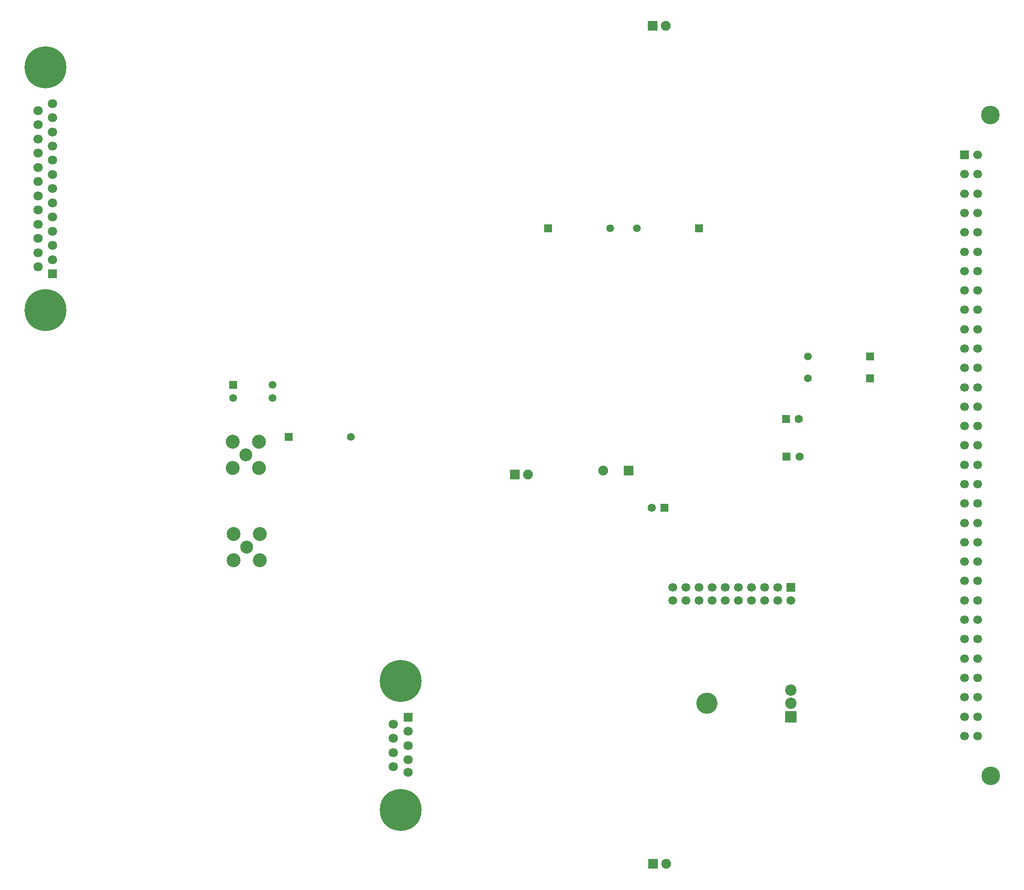
<source format=gbs>
G04*
G04 #@! TF.GenerationSoftware,Altium Limited,Altium Designer,21.9.2 (33)*
G04*
G04 Layer_Color=16711935*
%FSLAX44Y44*%
%MOMM*%
G71*
G04*
G04 #@! TF.SameCoordinates,B9D70DE2-F975-4347-87EC-DBF69F9D7CF2*
G04*
G04*
G04 #@! TF.FilePolarity,Negative*
G04*
G01*
G75*
%ADD29C,3.6000*%
%ADD30C,1.8000*%
%ADD31R,1.8000X1.8000*%
%ADD32C,8.1000*%
%ADD33C,1.7000*%
%ADD34R,1.7000X1.7000*%
%ADD35R,1.7000X1.7000*%
%ADD36C,4.1000*%
%ADD37C,2.2000*%
%ADD38R,2.2000X2.2000*%
%ADD39C,1.5000*%
%ADD40R,1.5000X1.5000*%
%ADD41C,2.7000*%
%ADD42C,2.5000*%
%ADD43R,1.5000X1.5000*%
%ADD44C,1.6000*%
%ADD45R,1.6000X1.6000*%
%ADD46R,1.9000X1.9000*%
%ADD47C,1.9000*%
D29*
X1941500Y208000D02*
D03*
X1941000Y1488000D02*
D03*
D30*
X126000Y1400000D02*
D03*
Y1510000D02*
D03*
Y1427500D02*
D03*
Y1455000D02*
D03*
Y1482500D02*
D03*
X97600Y1413750D02*
D03*
Y1441250D02*
D03*
Y1468750D02*
D03*
Y1496250D02*
D03*
X126000Y1372500D02*
D03*
Y1345000D02*
D03*
Y1317500D02*
D03*
Y1290000D02*
D03*
Y1207500D02*
D03*
Y1235000D02*
D03*
Y1262500D02*
D03*
X97600Y1386250D02*
D03*
Y1358750D02*
D03*
Y1331250D02*
D03*
Y1303750D02*
D03*
Y1276250D02*
D03*
Y1248750D02*
D03*
Y1221250D02*
D03*
Y1193750D02*
D03*
X785600Y308250D02*
D03*
Y280750D02*
D03*
Y253250D02*
D03*
Y225750D02*
D03*
X814000Y294500D02*
D03*
Y267000D02*
D03*
Y239500D02*
D03*
Y215000D02*
D03*
D31*
X126000Y1180000D02*
D03*
X814000Y322000D02*
D03*
D32*
X111800Y1580000D02*
D03*
Y1110000D02*
D03*
X799800Y392000D02*
D03*
Y142000D02*
D03*
D33*
X1529600Y547600D02*
D03*
X1555000D02*
D03*
X1529600Y573000D02*
D03*
X1504200D02*
D03*
Y547600D02*
D03*
X1478800Y573000D02*
D03*
Y547600D02*
D03*
X1453400Y573000D02*
D03*
Y547600D02*
D03*
X1428000Y573000D02*
D03*
Y547600D02*
D03*
X1402600Y573000D02*
D03*
Y547600D02*
D03*
X1377200Y573000D02*
D03*
Y547600D02*
D03*
X1351800Y573000D02*
D03*
Y547600D02*
D03*
X1326400Y573000D02*
D03*
Y547600D02*
D03*
X1916000Y1373000D02*
D03*
X1891000D02*
D03*
X1916000Y1410500D02*
D03*
Y1335500D02*
D03*
X1891000Y1298000D02*
D03*
X1916000D02*
D03*
X1891000Y1335500D02*
D03*
X1916000Y1260500D02*
D03*
X1891000Y1223000D02*
D03*
X1916000D02*
D03*
X1891000Y1260500D02*
D03*
X1916000Y1185500D02*
D03*
X1891000Y1148000D02*
D03*
X1916000D02*
D03*
X1891000Y1185500D02*
D03*
X1916000Y1110500D02*
D03*
X1891000Y1073000D02*
D03*
X1916000D02*
D03*
X1891000Y1110500D02*
D03*
X1916000Y1035500D02*
D03*
X1891000Y998000D02*
D03*
X1916000D02*
D03*
X1891000Y1035500D02*
D03*
X1916000Y960500D02*
D03*
X1891000Y923000D02*
D03*
X1916000D02*
D03*
X1891000Y960500D02*
D03*
X1916000Y885500D02*
D03*
X1891000Y848000D02*
D03*
X1916000D02*
D03*
X1891000Y885500D02*
D03*
X1916000Y810500D02*
D03*
X1891000Y773000D02*
D03*
X1916000D02*
D03*
X1891000Y810500D02*
D03*
X1916000Y735500D02*
D03*
X1891000Y698000D02*
D03*
X1916000D02*
D03*
X1891000Y735500D02*
D03*
X1916000Y660500D02*
D03*
X1891000Y623000D02*
D03*
X1916000D02*
D03*
X1891000Y660500D02*
D03*
X1916000Y585500D02*
D03*
X1891000Y548000D02*
D03*
X1916000D02*
D03*
X1891000Y585500D02*
D03*
X1916000Y510500D02*
D03*
X1891000Y473000D02*
D03*
X1916000D02*
D03*
X1891000Y510500D02*
D03*
X1916000Y435500D02*
D03*
X1891000Y398000D02*
D03*
X1916000D02*
D03*
X1891000Y435500D02*
D03*
Y360500D02*
D03*
X1916000Y323000D02*
D03*
X1891000D02*
D03*
X1916000Y360500D02*
D03*
X1891000Y285500D02*
D03*
X1916000D02*
D03*
D34*
X1555000Y573000D02*
D03*
D35*
X1891000Y1410500D02*
D03*
D36*
X1392500Y348500D02*
D03*
D37*
X1555000Y374000D02*
D03*
Y348500D02*
D03*
D38*
Y323000D02*
D03*
D39*
X551200Y939600D02*
D03*
Y965000D02*
D03*
X475000Y939600D02*
D03*
X703000Y864250D02*
D03*
X1205000Y1268000D02*
D03*
X1257000D02*
D03*
X1588000Y1020000D02*
D03*
Y978000D02*
D03*
D40*
X475000Y965000D02*
D03*
D41*
X527400Y676400D02*
D03*
X476600D02*
D03*
X527400Y625600D02*
D03*
X476600D02*
D03*
X525400Y855400D02*
D03*
X474600D02*
D03*
X525400Y804600D02*
D03*
X474600D02*
D03*
D42*
X502000Y651000D02*
D03*
X500000Y830000D02*
D03*
D43*
X583000Y864250D02*
D03*
X1085000Y1268000D02*
D03*
X1377000D02*
D03*
X1708000Y1020000D02*
D03*
Y978000D02*
D03*
D44*
X1285500Y727000D02*
D03*
X1570500Y899000D02*
D03*
X1571500Y826000D02*
D03*
D45*
X1310500Y727000D02*
D03*
X1545500Y899000D02*
D03*
X1546500Y826000D02*
D03*
D46*
X1241000Y799000D02*
D03*
X1287500Y1660000D02*
D03*
X1288532Y37860D02*
D03*
X1020754Y791992D02*
D03*
D47*
X1192000Y799000D02*
D03*
X1312900Y1660000D02*
D03*
X1313932Y37860D02*
D03*
X1046154Y791992D02*
D03*
M02*

</source>
